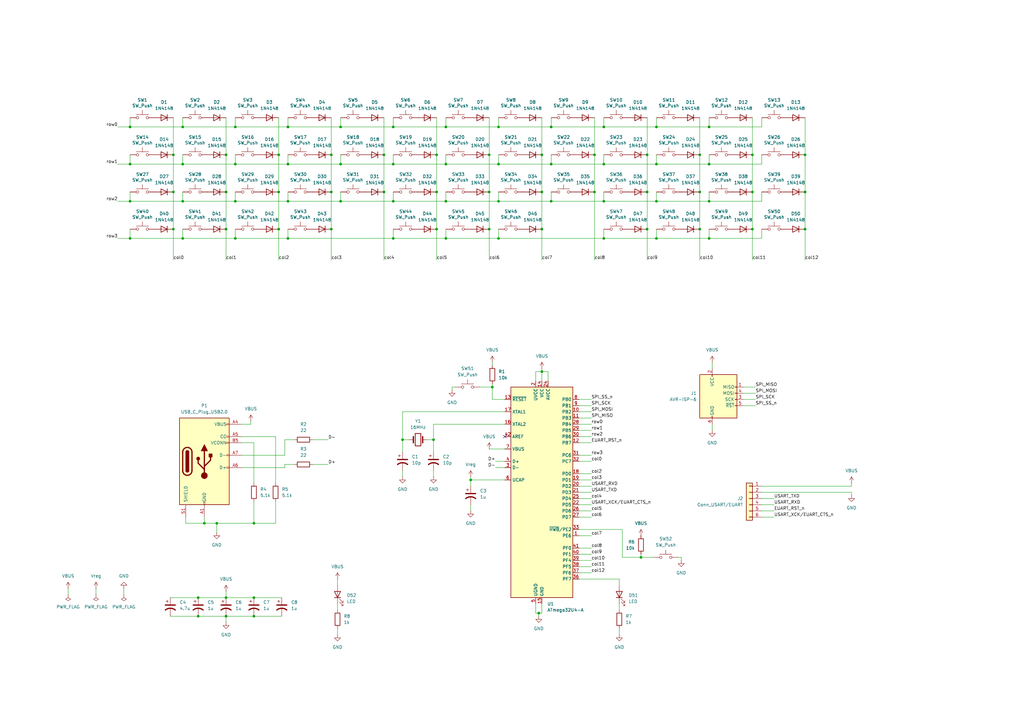
<source format=kicad_sch>
(kicad_sch (version 20231120) (generator "eeschema") (generator_version "8.0")
  (paper "A3")
  (title_block (title "Can Ortholinear Keyboard") (rev "v0.1"))
  (junction (at 201.93 158.75))
  (junction (at 139.7 67.31))
  (junction (at 92.71 245.11))
  (junction (at 74.93 97.79))
  (junction (at 247.65 97.79))
  (junction (at 290.83 67.31))
  (junction (at 88.9 214.63))
  (junction (at 226.06 82.55))
  (junction (at 165.1 180.34))
  (junction (at 135.89 63.5))
  (junction (at 308.61 93.98))
  (junction (at 204.47 82.55))
  (junction (at 96.52 52.07))
  (junction (at 290.83 97.79))
  (junction (at 220.98 251.46))
  (junction (at 265.43 63.5))
  (junction (at 287.02 63.5))
  (junction (at 222.25 93.98))
  (junction (at 265.43 93.98))
  (junction (at 200.66 78.74))
  (junction (at 161.29 52.07))
  (junction (at 114.3 78.74))
  (junction (at 157.48 78.74))
  (junction (at 104.14 245.11))
  (junction (at 92.71 63.5))
  (junction (at 222.25 152.4))
  (junction (at 139.7 52.07))
  (junction (at 53.34 82.55))
  (junction (at 330.2 93.98))
  (junction (at 179.07 78.74))
  (junction (at 200.66 63.5))
  (junction (at 269.24 82.55))
  (junction (at 265.43 78.74))
  (junction (at 74.93 52.07))
  (junction (at 53.34 97.79))
  (junction (at 182.88 97.79))
  (junction (at 330.2 63.5))
  (junction (at 247.65 67.31))
  (junction (at 92.71 93.98))
  (junction (at 308.61 78.74))
  (junction (at 135.89 93.98))
  (junction (at 287.02 93.98))
  (junction (at 96.52 67.31))
  (junction (at 139.7 82.55))
  (junction (at 193.04 196.85))
  (junction (at 204.47 67.31))
  (junction (at 114.3 63.5))
  (junction (at 71.12 93.98))
  (junction (at 118.11 97.79))
  (junction (at 118.11 52.07))
  (junction (at 269.24 67.31))
  (junction (at 83.82 214.63))
  (junction (at 179.07 63.5))
  (junction (at 53.34 52.07))
  (junction (at 81.28 245.11))
  (junction (at 104.14 214.63))
  (junction (at 222.25 63.5))
  (junction (at 74.93 67.31))
  (junction (at 92.71 78.74))
  (junction (at 226.06 52.07))
  (junction (at 161.29 67.31))
  (junction (at 182.88 52.07))
  (junction (at 226.06 67.31))
  (junction (at 71.12 63.5))
  (junction (at 104.14 252.73))
  (junction (at 243.84 78.74))
  (junction (at 204.47 97.79))
  (junction (at 247.65 52.07))
  (junction (at 204.47 52.07))
  (junction (at 96.52 82.55))
  (junction (at 96.52 97.79))
  (junction (at 161.29 97.79))
  (junction (at 81.28 252.73))
  (junction (at 74.93 82.55))
  (junction (at 247.65 82.55))
  (junction (at 287.02 78.74))
  (junction (at 182.88 67.31))
  (junction (at 114.3 93.98))
  (junction (at 135.89 78.74))
  (junction (at 290.83 82.55))
  (junction (at 200.66 93.98))
  (junction (at 308.61 63.5))
  (junction (at 92.71 252.73))
  (junction (at 118.11 82.55))
  (junction (at 53.34 67.31))
  (junction (at 157.48 63.5))
  (junction (at 262.89 228.6))
  (junction (at 330.2 78.74))
  (junction (at 290.83 52.07))
  (junction (at 177.8 180.34))
  (junction (at 118.11 67.31))
  (junction (at 269.24 97.79))
  (junction (at 71.12 78.74))
  (junction (at 161.29 82.55))
  (junction (at 182.88 82.55))
  (junction (at 222.25 78.74))
  (junction (at 269.24 52.07))
  (junction (at 243.84 63.5))
  (junction (at 179.07 93.98))
  (no_connect (at 207.01 179.07))
  (wire (pts (xy 287.02 63.5) (xy 287.02 78.74)))
  (wire (pts (xy 193.04 199.39) (xy 193.04 196.85)))
  (wire (pts (xy 243.84 78.74) (xy 243.84 106.68)))
  (wire (pts (xy 237.49 199.39) (xy 242.57 199.39)))
  (wire (pts (xy 92.71 242.57) (xy 92.71 245.11)))
  (wire (pts (xy 200.66 93.98) (xy 200.66 106.68)))
  (wire (pts (xy 114.3 48.26) (xy 114.3 63.5)))
  (wire (pts (xy 114.3 78.74) (xy 114.3 93.98)))
  (wire (pts (xy 237.49 176.53) (xy 242.57 176.53)))
  (wire (pts (xy 99.06 173.99) (xy 102.87 173.99)))
  (wire (pts (xy 193.04 195.58) (xy 193.04 196.85)))
  (wire (pts (xy 69.85 252.73) (xy 81.28 252.73)))
  (wire (pts (xy 349.25 199.39) (xy 349.25 198.12)))
  (wire (pts (xy 287.02 93.98) (xy 287.02 106.68)))
  (wire (pts (xy 247.65 52.07) (xy 247.65 48.26)))
  (wire (pts (xy 96.52 97.79) (xy 118.11 97.79)))
  (wire (pts (xy 161.29 67.31) (xy 161.29 63.5)))
  (wire (pts (xy 48.26 82.55) (xy 53.34 82.55)))
  (wire (pts (xy 204.47 82.55) (xy 204.47 78.74)))
  (wire (pts (xy 220.98 252.73) (xy 220.98 251.46)))
  (wire (pts (xy 308.61 63.5) (xy 308.61 78.74)))
  (wire (pts (xy 269.24 52.07) (xy 290.83 52.07)))
  (wire (pts (xy 204.47 82.55) (xy 226.06 82.55)))
  (wire (pts (xy 237.49 207.01) (xy 242.57 207.01)))
  (wire (pts (xy 222.25 251.46) (xy 220.98 251.46)))
  (wire (pts (xy 308.61 78.74) (xy 308.61 93.98)))
  (wire (pts (xy 139.7 52.07) (xy 161.29 52.07)))
  (wire (pts (xy 220.98 251.46) (xy 219.71 251.46)))
  (wire (pts (xy 114.3 63.5) (xy 114.3 78.74)))
  (wire (pts (xy 226.06 52.07) (xy 226.06 48.26)))
  (wire (pts (xy 203.2 191.77) (xy 207.01 191.77)))
  (wire (pts (xy 96.52 97.79) (xy 96.52 93.98)))
  (wire (pts (xy 237.49 234.95) (xy 242.57 234.95)))
  (wire (pts (xy 219.71 247.65) (xy 219.71 251.46)))
  (wire (pts (xy 113.03 205.74) (xy 113.03 214.63)))
  (wire (pts (xy 118.11 82.55) (xy 118.11 78.74)))
  (wire (pts (xy 161.29 52.07) (xy 161.29 48.26)))
  (wire (pts (xy 74.93 52.07) (xy 96.52 52.07)))
  (wire (pts (xy 222.25 48.26) (xy 222.25 63.5)))
  (wire (pts (xy 304.8 158.75) (xy 309.88 158.75)))
  (wire (pts (xy 179.07 78.74) (xy 179.07 93.98)))
  (wire (pts (xy 226.06 82.55) (xy 247.65 82.55)))
  (wire (pts (xy 139.7 52.07) (xy 139.7 48.26)))
  (wire (pts (xy 53.34 97.79) (xy 74.93 97.79)))
  (wire (pts (xy 53.34 63.5) (xy 53.34 67.31)))
  (wire (pts (xy 254 247.65) (xy 254 250.19)))
  (wire (pts (xy 219.71 156.21) (xy 219.71 152.4)))
  (wire (pts (xy 48.26 52.07) (xy 53.34 52.07)))
  (wire (pts (xy 179.07 63.5) (xy 179.07 78.74)))
  (wire (pts (xy 165.1 180.34) (xy 165.1 185.42)))
  (wire (pts (xy 104.14 205.74) (xy 104.14 214.63)))
  (wire (pts (xy 312.42 199.39) (xy 349.25 199.39)))
  (wire (pts (xy 139.7 82.55) (xy 161.29 82.55)))
  (wire (pts (xy 157.48 48.26) (xy 157.48 63.5)))
  (wire (pts (xy 330.2 93.98) (xy 330.2 106.68)))
  (wire (pts (xy 269.24 82.55) (xy 269.24 78.74)))
  (wire (pts (xy 116.84 190.5) (xy 120.65 190.5)))
  (wire (pts (xy 330.2 48.26) (xy 330.2 63.5)))
  (wire (pts (xy 81.28 245.11) (xy 92.71 245.11)))
  (wire (pts (xy 128.27 180.34) (xy 134.62 180.34)))
  (wire (pts (xy 102.87 172.72) (xy 102.87 173.99)))
  (wire (pts (xy 116.84 180.34) (xy 120.65 180.34)))
  (wire (pts (xy 200.66 63.5) (xy 200.66 78.74)))
  (wire (pts (xy 222.25 78.74) (xy 222.25 93.98)))
  (wire (pts (xy 76.2 214.63) (xy 83.82 214.63)))
  (wire (pts (xy 104.14 245.11) (xy 115.57 245.11)))
  (wire (pts (xy 308.61 93.98) (xy 308.61 106.68)))
  (wire (pts (xy 135.89 63.5) (xy 135.89 78.74)))
  (wire (pts (xy 71.12 93.98) (xy 71.12 106.68)))
  (wire (pts (xy 39.37 241.3) (xy 39.37 243.84)))
  (wire (pts (xy 74.93 97.79) (xy 74.93 93.98)))
  (wire (pts (xy 161.29 97.79) (xy 182.88 97.79)))
  (wire (pts (xy 262.89 227.33) (xy 262.89 228.6)))
  (wire (pts (xy 161.29 67.31) (xy 182.88 67.31)))
  (wire (pts (xy 114.3 93.98) (xy 114.3 106.68)))
  (wire (pts (xy 139.7 67.31) (xy 139.7 63.5)))
  (wire (pts (xy 161.29 82.55) (xy 161.29 78.74)))
  (wire (pts (xy 71.12 78.74) (xy 71.12 93.98)))
  (wire (pts (xy 237.49 229.87) (xy 242.57 229.87)))
  (wire (pts (xy 157.48 78.74) (xy 157.48 106.68)))
  (wire (pts (xy 255.27 228.6) (xy 262.89 228.6)))
  (wire (pts (xy 267.97 228.6) (xy 262.89 228.6)))
  (wire (pts (xy 196.85 158.75) (xy 201.93 158.75)))
  (wire (pts (xy 290.83 52.07) (xy 312.42 52.07)))
  (wire (pts (xy 204.47 52.07) (xy 204.47 48.26)))
  (wire (pts (xy 50.8 241.3) (xy 50.8 243.84)))
  (wire (pts (xy 222.25 93.98) (xy 222.25 106.68)))
  (wire (pts (xy 118.11 67.31) (xy 139.7 67.31)))
  (wire (pts (xy 139.7 82.55) (xy 139.7 78.74)))
  (wire (pts (xy 161.29 52.07) (xy 182.88 52.07)))
  (wire (pts (xy 113.03 214.63) (xy 104.14 214.63)))
  (wire (pts (xy 226.06 52.07) (xy 247.65 52.07)))
  (wire (pts (xy 161.29 97.79) (xy 161.29 93.98)))
  (wire (pts (xy 237.49 227.33) (xy 242.57 227.33)))
  (wire (pts (xy 182.88 67.31) (xy 182.88 63.5)))
  (wire (pts (xy 290.83 97.79) (xy 312.42 97.79)))
  (wire (pts (xy 139.7 67.31) (xy 161.29 67.31)))
  (wire (pts (xy 81.28 252.73) (xy 92.71 252.73)))
  (wire (pts (xy 104.14 181.61) (xy 99.06 181.61)))
  (wire (pts (xy 175.26 180.34) (xy 177.8 180.34)))
  (wire (pts (xy 247.65 67.31) (xy 247.65 63.5)))
  (wire (pts (xy 104.14 198.12) (xy 104.14 181.61)))
  (wire (pts (xy 292.1 148.59) (xy 292.1 151.13)))
  (wire (pts (xy 74.93 97.79) (xy 96.52 97.79)))
  (wire (pts (xy 247.65 52.07) (xy 269.24 52.07)))
  (wire (pts (xy 182.88 97.79) (xy 182.88 93.98)))
  (wire (pts (xy 237.49 232.41) (xy 242.57 232.41)))
  (wire (pts (xy 92.71 78.74) (xy 92.71 93.98)))
  (wire (pts (xy 201.93 148.59) (xy 201.93 149.86)))
  (wire (pts (xy 237.49 204.47) (xy 242.57 204.47)))
  (wire (pts (xy 200.66 48.26) (xy 200.66 63.5)))
  (wire (pts (xy 71.12 48.26) (xy 71.12 63.5)))
  (wire (pts (xy 201.93 158.75) (xy 201.93 163.83)))
  (wire (pts (xy 118.11 52.07) (xy 139.7 52.07)))
  (wire (pts (xy 71.12 63.5) (xy 71.12 78.74)))
  (wire (pts (xy 204.47 97.79) (xy 204.47 93.98)))
  (wire (pts (xy 224.79 152.4) (xy 224.79 156.21)))
  (wire (pts (xy 237.49 171.45) (xy 242.57 171.45)))
  (wire (pts (xy 96.52 52.07) (xy 96.52 48.26)))
  (wire (pts (xy 237.49 237.49) (xy 254 237.49)))
  (wire (pts (xy 92.71 48.26) (xy 92.71 63.5)))
  (wire (pts (xy 116.84 191.77) (xy 116.84 190.5)))
  (wire (pts (xy 53.34 48.26) (xy 53.34 52.07)))
  (wire (pts (xy 290.83 97.79) (xy 290.83 93.98)))
  (wire (pts (xy 204.47 52.07) (xy 226.06 52.07)))
  (wire (pts (xy 265.43 78.74) (xy 265.43 93.98)))
  (wire (pts (xy 92.71 252.73) (xy 92.71 255.27)))
  (wire (pts (xy 182.88 82.55) (xy 204.47 82.55)))
  (wire (pts (xy 48.26 97.79) (xy 53.34 97.79)))
  (wire (pts (xy 269.24 52.07) (xy 269.24 48.26)))
  (wire (pts (xy 201.93 163.83) (xy 207.01 163.83)))
  (wire (pts (xy 182.88 52.07) (xy 204.47 52.07)))
  (wire (pts (xy 237.49 181.61) (xy 242.57 181.61)))
  (wire (pts (xy 167.64 180.34) (xy 165.1 180.34)))
  (wire (pts (xy 74.93 82.55) (xy 96.52 82.55)))
  (wire (pts (xy 269.24 67.31) (xy 269.24 63.5)))
  (wire (pts (xy 237.49 219.71) (xy 242.57 219.71)))
  (wire (pts (xy 182.88 82.55) (xy 182.88 78.74)))
  (wire (pts (xy 165.1 168.91) (xy 207.01 168.91)))
  (wire (pts (xy 74.93 67.31) (xy 74.93 63.5)))
  (wire (pts (xy 304.8 166.37) (xy 309.88 166.37)))
  (wire (pts (xy 269.24 97.79) (xy 290.83 97.79)))
  (wire (pts (xy 265.43 93.98) (xy 265.43 106.68)))
  (wire (pts (xy 226.06 82.55) (xy 226.06 78.74)))
  (wire (pts (xy 308.61 48.26) (xy 308.61 63.5)))
  (wire (pts (xy 237.49 201.93) (xy 242.57 201.93)))
  (wire (pts (xy 104.14 214.63) (xy 88.9 214.63)))
  (wire (pts (xy 118.11 82.55) (xy 139.7 82.55)))
  (wire (pts (xy 304.8 161.29) (xy 309.88 161.29)))
  (wire (pts (xy 265.43 48.26) (xy 265.43 63.5)))
  (wire (pts (xy 200.66 78.74) (xy 200.66 93.98)))
  (wire (pts (xy 243.84 63.5) (xy 243.84 78.74)))
  (wire (pts (xy 265.43 63.5) (xy 265.43 78.74)))
  (wire (pts (xy 185.42 158.75) (xy 186.69 158.75)))
  (wire (pts (xy 330.2 63.5) (xy 330.2 78.74)))
  (wire (pts (xy 237.49 173.99) (xy 242.57 173.99)))
  (wire (pts (xy 312.42 82.55) (xy 312.42 78.74)))
  (wire (pts (xy 92.71 63.5) (xy 92.71 78.74)))
  (wire (pts (xy 349.25 201.93) (xy 349.25 203.2)))
  (wire (pts (xy 96.52 52.07) (xy 118.11 52.07)))
  (wire (pts (xy 247.65 97.79) (xy 247.65 93.98)))
  (wire (pts (xy 48.26 67.31) (xy 53.34 67.31)))
  (wire (pts (xy 237.49 163.83) (xy 242.57 163.83)))
  (wire (pts (xy 27.94 241.3) (xy 27.94 243.84)))
  (wire (pts (xy 92.71 252.73) (xy 104.14 252.73)))
  (wire (pts (xy 92.71 245.11) (xy 104.14 245.11)))
  (wire (pts (xy 118.11 67.31) (xy 118.11 63.5)))
  (wire (pts (xy 179.07 93.98) (xy 179.07 106.68)))
  (wire (pts (xy 237.49 212.09) (xy 242.57 212.09)))
  (wire (pts (xy 118.11 97.79) (xy 161.29 97.79)))
  (wire (pts (xy 226.06 67.31) (xy 226.06 63.5)))
  (wire (pts (xy 219.71 152.4) (xy 222.25 152.4)))
  (wire (pts (xy 193.04 207.01) (xy 193.04 209.55)))
  (wire (pts (xy 312.42 212.09) (xy 317.5 212.09)))
  (wire (pts (xy 203.2 189.23) (xy 207.01 189.23)))
  (wire (pts (xy 237.49 224.79) (xy 242.57 224.79)))
  (wire (pts (xy 161.29 82.55) (xy 182.88 82.55)))
  (wire (pts (xy 177.8 180.34) (xy 177.8 185.42)))
  (wire (pts (xy 113.03 198.12) (xy 113.03 179.07)))
  (wire (pts (xy 312.42 97.79) (xy 312.42 93.98)))
  (wire (pts (xy 292.1 173.99) (xy 292.1 176.53)))
  (wire (pts (xy 182.88 52.07) (xy 182.88 48.26)))
  (wire (pts (xy 53.34 82.55) (xy 74.93 82.55)))
  (wire (pts (xy 99.06 186.69) (xy 116.84 186.69)))
  (wire (pts (xy 116.84 186.69) (xy 116.84 180.34)))
  (wire (pts (xy 157.48 63.5) (xy 157.48 78.74)))
  (wire (pts (xy 237.49 186.69) (xy 242.57 186.69)))
  (wire (pts (xy 201.93 157.48) (xy 201.93 158.75)))
  (wire (pts (xy 88.9 214.63) (xy 83.82 214.63)))
  (wire (pts (xy 254 257.81) (xy 254 260.35)))
  (wire (pts (xy 290.83 67.31) (xy 312.42 67.31)))
  (wire (pts (xy 247.65 82.55) (xy 247.65 78.74)))
  (wire (pts (xy 237.49 196.85) (xy 242.57 196.85)))
  (wire (pts (xy 204.47 97.79) (xy 247.65 97.79)))
  (wire (pts (xy 269.24 67.31) (xy 290.83 67.31)))
  (wire (pts (xy 279.4 229.87) (xy 279.4 228.6)))
  (wire (pts (xy 135.89 48.26) (xy 135.89 63.5)))
  (wire (pts (xy 312.42 204.47) (xy 317.5 204.47)))
  (wire (pts (xy 222.25 63.5) (xy 222.25 78.74)))
  (wire (pts (xy 200.66 184.15) (xy 207.01 184.15)))
  (wire (pts (xy 118.11 52.07) (xy 118.11 48.26)))
  (wire (pts (xy 99.06 179.07) (xy 113.03 179.07)))
  (wire (pts (xy 290.83 82.55) (xy 312.42 82.55)))
  (wire (pts (xy 165.1 168.91) (xy 165.1 180.34)))
  (wire (pts (xy 177.8 173.99) (xy 207.01 173.99)))
  (wire (pts (xy 247.65 97.79) (xy 269.24 97.79)))
  (wire (pts (xy 74.93 52.07) (xy 74.93 48.26)))
  (wire (pts (xy 330.2 78.74) (xy 330.2 93.98)))
  (wire (pts (xy 135.89 93.98) (xy 135.89 106.68)))
  (wire (pts (xy 287.02 48.26) (xy 287.02 63.5)))
  (wire (pts (xy 222.25 151.13) (xy 222.25 152.4)))
  (wire (pts (xy 279.4 228.6) (xy 278.13 228.6)))
  (wire (pts (xy 165.1 193.04) (xy 165.1 195.58)))
  (wire (pts (xy 290.83 52.07) (xy 290.83 48.26)))
  (wire (pts (xy 237.49 179.07) (xy 242.57 179.07)))
  (wire (pts (xy 312.42 207.01) (xy 317.5 207.01)))
  (wire (pts (xy 83.82 212.09) (xy 83.82 214.63)))
  (wire (pts (xy 290.83 67.31) (xy 290.83 63.5)))
  (wire (pts (xy 74.93 67.31) (xy 96.52 67.31)))
  (wire (pts (xy 247.65 82.55) (xy 269.24 82.55)))
  (wire (pts (xy 53.34 67.31) (xy 74.93 67.31)))
  (wire (pts (xy 74.93 82.55) (xy 74.93 78.74)))
  (wire (pts (xy 138.43 247.65) (xy 138.43 250.19)))
  (wire (pts (xy 312.42 52.07) (xy 312.42 48.26)))
  (wire (pts (xy 135.89 78.74) (xy 135.89 93.98)))
  (wire (pts (xy 222.25 152.4) (xy 222.25 156.21)))
  (wire (pts (xy 99.06 191.77) (xy 116.84 191.77)))
  (wire (pts (xy 185.42 160.02) (xy 185.42 158.75)))
  (wire (pts (xy 69.85 245.11) (xy 81.28 245.11)))
  (wire (pts (xy 182.88 97.79) (xy 204.47 97.79)))
  (wire (pts (xy 138.43 237.49) (xy 138.43 240.03)))
  (wire (pts (xy 312.42 67.31) (xy 312.42 63.5)))
  (wire (pts (xy 138.43 257.81) (xy 138.43 260.35)))
  (wire (pts (xy 177.8 193.04) (xy 177.8 195.58)))
  (wire (pts (xy 287.02 78.74) (xy 287.02 93.98)))
  (wire (pts (xy 255.27 217.17) (xy 255.27 228.6)))
  (wire (pts (xy 96.52 67.31) (xy 96.52 63.5)))
  (wire (pts (xy 96.52 82.55) (xy 118.11 82.55)))
  (wire (pts (xy 226.06 67.31) (xy 247.65 67.31)))
  (wire (pts (xy 53.34 52.07) (xy 74.93 52.07)))
  (wire (pts (xy 254 237.49) (xy 254 240.03)))
  (wire (pts (xy 237.49 217.17) (xy 255.27 217.17)))
  (wire (pts (xy 290.83 82.55) (xy 290.83 78.74)))
  (wire (pts (xy 243.84 48.26) (xy 243.84 63.5)))
  (wire (pts (xy 247.65 67.31) (xy 269.24 67.31)))
  (wire (pts (xy 222.25 247.65) (xy 222.25 251.46)))
  (wire (pts (xy 128.27 190.5) (xy 134.62 190.5)))
  (wire (pts (xy 269.24 82.55) (xy 290.83 82.55)))
  (wire (pts (xy 88.9 218.44) (xy 88.9 214.63)))
  (wire (pts (xy 179.07 48.26) (xy 179.07 63.5)))
  (wire (pts (xy 237.49 166.37) (xy 242.57 166.37)))
  (wire (pts (xy 312.42 209.55) (xy 317.5 209.55)))
  (wire (pts (xy 237.49 194.31) (xy 242.57 194.31)))
  (wire (pts (xy 237.49 189.23) (xy 242.57 189.23)))
  (wire (pts (xy 237.49 168.91) (xy 242.57 168.91)))
  (wire (pts (xy 304.8 163.83) (xy 309.88 163.83)))
  (wire (pts (xy 177.8 173.99) (xy 177.8 180.34)))
  (wire (pts (xy 76.2 214.63) (xy 76.2 212.09)))
  (wire (pts (xy 193.04 196.85) (xy 207.01 196.85)))
  (wire (pts (xy 204.47 67.31) (xy 204.47 63.5)))
  (wire (pts (xy 269.24 97.79) (xy 269.24 93.98)))
  (wire (pts (xy 92.71 93.98) (xy 92.71 106.68)))
  (wire (pts (xy 53.34 93.98) (xy 53.34 97.79)))
  (wire (pts (xy 237.49 209.55) (xy 242.57 209.55)))
  (wire (pts (xy 118.11 97.79) (xy 118.11 93.98)))
  (wire (pts (xy 104.14 252.73) (xy 115.57 252.73)))
  (wire (pts (xy 222.25 152.4) (xy 224.79 152.4)))
  (wire (pts (xy 53.34 78.74) (xy 53.34 82.55)))
  (wire (pts (xy 312.42 201.93) (xy 349.25 201.93)))
  (wire (pts (xy 96.52 67.31) (xy 118.11 67.31)))
  (wire (pts (xy 96.52 82.55) (xy 96.52 78.74)))
  (wire (pts (xy 204.47 67.31) (xy 226.06 67.31)))
  (wire (pts (xy 182.88 67.31) (xy 204.47 67.31)))
  (label "col8" (at 243.84 106.68 0))
  (label "D-" (at 134.62 180.34 0))
  (label "col6" (at 242.57 212.09 0))
  (label "col9" (at 242.57 227.33 0))
  (label "SPI_SCK" (at 309.88 163.83 0))
  (label "USART_RXD" (at 317.5 207.01 0))
  (label "SPI_MISO" (at 309.88 158.75 0))
  (label "D+" (at 203.2 189.23 180))
  (label "row2" (at 242.57 179.07 0))
  (label "D-" (at 203.2 191.77 180))
  (label "USART_XCK{slash}EUART_CTS_n" (at 242.57 207.01 0))
  (label "col8" (at 242.57 224.79 0))
  (label "USART_XCK{slash}EUART_CTS_n" (at 317.5 212.09 0))
  (label "row1" (at 242.57 176.53 0))
  (label "col11" (at 308.61 106.68 0))
  (label "col5" (at 179.07 106.68 0))
  (label "SPI_SS_n" (at 309.88 166.37 0))
  (label "col12" (at 242.57 234.95 0))
  (label "row2" (at 48.26 82.55 180))
  (label "col5" (at 242.57 209.55 0))
  (label "col0" (at 71.12 106.68 0))
  (label "EUART_RST_n" (at 242.57 181.61 0))
  (label "col4" (at 157.48 106.68 0))
  (label "SPI_MISO" (at 242.57 171.45 0))
  (label "col2" (at 242.57 194.31 0))
  (label "row0" (at 48.26 52.07 180))
  (label "USART_TXD" (at 317.5 204.47 0))
  (label "col3" (at 242.57 196.85 0))
  (label "col4" (at 242.57 204.47 0))
  (label "SPI_MOSI" (at 242.57 168.91 0))
  (label "row3" (at 242.57 186.69 0))
  (label "SPI_SS_n" (at 242.57 163.83 0))
  (label "col1" (at 92.71 106.68 0))
  (label "SPI_MOSI" (at 309.88 161.29 0))
  (label "row0" (at 242.57 173.99 0))
  (label "row3" (at 48.26 97.79 180))
  (label "USART_RXD" (at 242.57 199.39 0))
  (label "col12" (at 330.2 106.68 0))
  (label "col11" (at 242.57 232.41 0))
  (label "col7" (at 242.57 219.71 0))
  (label "col7" (at 222.25 106.68 0))
  (label "D+" (at 134.62 190.5 0))
  (label "col2" (at 114.3 106.68 0))
  (label "row1" (at 48.26 67.31 180))
  (label "col9" (at 265.43 106.68 0))
  (label "USART_TXD" (at 242.57 201.93 0))
  (label "col6" (at 200.66 106.68 0))
  (label "col10" (at 287.02 106.68 0))
  (label "col10" (at 242.57 229.87 0))
  (label "col3" (at 135.89 106.68 0))
  (label "EUART_RST_n" (at 317.5 209.55 0))
  (label "SPI_SCK" (at 242.57 166.37 0))
  (label "col0" (at 242.57 189.23 0))
  (symbol (lib_id "Device:D") (at 110.49 63.5 180) (unit 1)
    (property "Reference" "D16" (at 110.49 57.15 0))
    (property "Value" "1N4148" (at 110.49 59.69 0))
    (property "Description" "Diode" (effects (hide yes)))
    (property "Sim.Device" "D" (effects (hide yes)))
    (property "Sim.Pins" "1=K 2=A" (effects (hide yes)))
  )
  (symbol (lib_id "Device:D") (at 132.08 48.26 180) (unit 1)
    (property "Reference" "D4" (at 132.08 41.91 0))
    (property "Value" "1N4148" (at 132.08 44.45 0))
    (property "Description" "Diode" (effects (hide yes)))
    (property "Sim.Device" "D" (effects (hide yes)))
    (property "Sim.Pins" "1=K 2=A" (effects (hide yes)))
  )
  (symbol (lib_id "Device:D") (at 218.44 78.74 180) (unit 1)
    (property "Reference" "D34" (at 218.44 72.39 0))
    (property "Value" "1N4148" (at 218.44 74.93 0))
    (property "Description" "Diode" (effects (hide yes)))
    (property "Sim.Device" "D" (effects (hide yes)))
    (property "Sim.Pins" "1=K 2=A" (effects (hide yes)))
  )
  (symbol (lib_id "Switch:SW_Push") (at 274.32 63.5 0) (unit 1)
    (property "Reference" "SW24" (at 274.32 56.261 0))
    (property "Value" "SW_Push" (at 274.32 58.5724 0))
    (property "Footprint" "Button_Switch_Keyboard:SW_Cherry_MX_1.00u_PCB" (effects (hide yes)))
  )
  (symbol (lib_id "power:GND") (at 254 260.35 0) (unit 1)
    (property "Reference" "#PWR020" (effects (hide yes)))
    (property "Value" "GND" (at 254 265.43 0))
    (property "Description" "Power symbol creates a global label with name \"GND\" , ground" (effects (hide yes)))
  )
  (symbol (lib_id "Switch:SW_Push") (at 101.6 48.26 0) (unit 1)
    (property "Reference" "SW3" (at 101.6 41.021 0))
    (property "Value" "SW_Push" (at 101.6 43.3324 0))
    (property "Footprint" "Button_Switch_Keyboard:SW_Cherry_MX_1.00u_PCB" (effects (hide yes)))
  )
  (symbol (lib_id "Device:D") (at 110.49 78.74 180) (unit 1)
    (property "Reference" "D29" (at 110.49 72.39 0))
    (property "Value" "1N4148" (at 110.49 74.93 0))
    (property "Description" "Diode" (effects (hide yes)))
    (property "Sim.Device" "D" (effects (hide yes)))
    (property "Sim.Pins" "1=K 2=A" (effects (hide yes)))
  )
  (symbol (lib_id "Device:D") (at 261.62 78.74 180) (unit 1)
    (property "Reference" "D36" (at 261.62 72.39 0))
    (property "Value" "1N4148" (at 261.62 74.93 0))
    (property "Description" "Diode" (effects (hide yes)))
    (property "Sim.Device" "D" (effects (hide yes)))
    (property "Sim.Pins" "1=K 2=A" (effects (hide yes)))
  )
  (symbol (lib_id "power:VCC") (at 39.37 241.3 0) (unit 1)
    (property "Reference" "#PWR025" (effects (hide yes)))
    (property "Value" "Vreg" (at 39.37 236.22 0))
    (property "Description" "Power symbol creates a global label with name \"VCC\"" (effects (hide yes)))
  )
  (symbol (lib_id "Switch:SW_Push") (at 80.01 78.74 0) (unit 1)
    (property "Reference" "SW28" (at 80.01 71.501 0))
    (property "Value" "SW_Push" (at 80.01 73.8124 0))
    (property "Footprint" "Button_Switch_Keyboard:SW_Cherry_MX_1.00u_PCB" (effects (hide yes)))
  )
  (symbol (lib_id "Switch:SW_Push") (at 58.42 48.26 0) (unit 1)
    (property "Reference" "SW1" (at 58.42 41.021 0))
    (property "Value" "SW_Push" (at 58.42 43.3324 0))
    (property "Footprint" "Button_Switch_Keyboard:SW_Cherry_MX_1.00u_PCB" (effects (hide yes)))
  )
  (symbol (lib_id "Switch:SW_Push") (at 252.73 78.74 0) (unit 1)
    (property "Reference" "SW36" (at 252.73 71.501 0))
    (property "Value" "SW_Push" (at 252.73 73.8124 0))
    (property "Footprint" "Button_Switch_Keyboard:SW_Cherry_MX_1.00u_PCB" (effects (hide yes)))
  )
  (symbol (lib_id "Device:LED") (at 254 243.84 90) (unit 1)
    (property "Reference" "D51" (at 257.81 244.1574 90) (effects (justify right)))
    (property "Value" "LED" (at 257.81 246.6974 90) (effects (justify right)))
    (property "Description" "Light emitting diode" (effects (hide yes)))
  )
  (symbol (lib_id "power:VBUS") (at 201.93 148.59 0) (unit 1)
    (property "Reference" "#PWR01" (effects (hide yes)))
    (property "Value" "VBUS" (at 201.93 143.51 0))
    (property "Description" "Power symbol creates a global label with name \"VBUS\"" (effects (hide yes)))
  )
  (symbol (lib_id "Device:D") (at 132.08 93.98 180) (unit 1)
    (property "Reference" "D43" (at 132.08 87.63 0))
    (property "Value" "1N4148" (at 132.08 90.17 0))
    (property "Description" "Diode" (effects (hide yes)))
    (property "Sim.Device" "D" (effects (hide yes)))
    (property "Sim.Pins" "1=K 2=A" (effects (hide yes)))
  )
  (symbol (lib_id "power:GND") (at 177.8 195.58 0) (unit 1)
    (property "Reference" "#PWR07" (effects (hide yes)))
    (property "Value" "GND" (at 177.8 200.66 0))
    (property "Description" "Power symbol creates a global label with name \"GND\" , ground" (effects (hide yes)))
  )
  (symbol (lib_id "Device:D") (at 218.44 48.26 180) (unit 1)
    (property "Reference" "D8" (at 218.44 41.91 0))
    (property "Value" "1N4148" (at 218.44 44.45 0))
    (property "Description" "Diode" (effects (hide yes)))
    (property "Sim.Device" "D" (effects (hide yes)))
    (property "Sim.Pins" "1=K 2=A" (effects (hide yes)))
  )
  (symbol (lib_id "Device:D") (at 304.8 63.5 180) (unit 1)
    (property "Reference" "D25" (at 304.8 57.15 0))
    (property "Value" "1N4148" (at 304.8 59.69 0))
    (property "Description" "Diode" (effects (hide yes)))
    (property "Sim.Device" "D" (effects (hide yes)))
    (property "Sim.Pins" "1=K 2=A" (effects (hide yes)))
  )
  (symbol (lib_id "power:VBUS") (at 27.94 241.3 0) (unit 1)
    (property "Reference" "#PWR023" (effects (hide yes)))
    (property "Value" "VBUS" (at 27.94 236.22 0))
    (property "Description" "Power symbol creates a global label with name \"VBUS\"" (effects (hide yes)))
  )
  (symbol (lib_id "Switch:SW_Push") (at 295.91 78.74 0) (unit 1)
    (property "Reference" "SW38" (at 295.91 71.501 0))
    (property "Value" "SW_Push" (at 295.91 73.8124 0))
    (property "Footprint" "Button_Switch_Keyboard:SW_Cherry_MX_1.00u_PCB" (effects (hide yes)))
  )
  (symbol (lib_id "Switch:SW_Push") (at 166.37 78.74 0) (unit 1)
    (property "Reference" "SW32" (at 166.37 71.501 0))
    (property "Value" "SW_Push" (at 166.37 73.8124 0))
    (property "Footprint" "Button_Switch_Keyboard:SW_Cherry_MX_1.00u_PCB" (effects (hide yes)))
  )
  (symbol (lib_id "Switch:SW_Push") (at 231.14 78.74 0) (unit 1)
    (property "Reference" "SW35" (at 231.14 71.501 0))
    (property "Value" "SW_Push" (at 231.14 73.8124 0))
    (property "Footprint" "Button_Switch_Keyboard:SW_Cherry_MX_1.00u_PCB" (effects (hide yes)))
  )
  (symbol (lib_id "Device:D") (at 326.39 63.5 180) (unit 1)
    (property "Reference" "D26" (at 326.39 57.15 0))
    (property "Value" "1N4148" (at 326.39 59.69 0))
    (property "Description" "Diode" (effects (hide yes)))
    (property "Sim.Device" "D" (effects (hide yes)))
    (property "Sim.Pins" "1=K 2=A" (effects (hide yes)))
  )
  (symbol (lib_id "Switch:SW_Push") (at 58.42 93.98 0) (unit 1)
    (property "Reference" "SW40" (at 58.42 86.741 0))
    (property "Value" "SW_Push" (at 58.42 89.0524 0))
    (property "Footprint" "Button_Switch_Keyboard:SW_Cherry_MX_1.00u_PCB" (effects (hide yes)))
  )
  (symbol (lib_id "Device:D") (at 304.8 78.74 180) (unit 1)
    (property "Reference" "D38" (at 304.8 72.39 0))
    (property "Value" "1N4148" (at 304.8 74.93 0))
    (property "Description" "Diode" (effects (hide yes)))
    (property "Sim.Device" "D" (effects (hide yes)))
    (property "Sim.Pins" "1=K 2=A" (effects (hide yes)))
  )
  (symbol (lib_id "Device:D") (at 196.85 78.74 180) (unit 1)
    (property "Reference" "D33" (at 196.85 72.39 0))
    (property "Value" "1N4148" (at 196.85 74.93 0))
    (property "Description" "Diode" (effects (hide yes)))
    (property "Sim.Device" "D" (effects (hide yes)))
    (property "Sim.Pins" "1=K 2=A" (effects (hide yes)))
  )
  (symbol (lib_id "Switch:SW_Push") (at 80.01 63.5 0) (unit 1)
    (property "Reference" "SW15" (at 80.01 56.261 0))
    (property "Value" "SW_Push" (at 80.01 58.5724 0))
    (property "Footprint" "Button_Switch_Keyboard:SW_Cherry_MX_1.00u_PCB" (effects (hide yes)))
  )
  (symbol (lib_id "Device:LED") (at 138.43 243.84 90) (unit 1)
    (property "Reference" "D52" (at 142.24 244.1574 90) (effects (justify right)))
    (property "Value" "LED" (at 142.24 246.6974 90) (effects (justify right)))
    (property "Description" "Light emitting diode" (effects (hide yes)))
  )
  (symbol (lib_id "Device:D") (at 153.67 48.26 180) (unit 1)
    (property "Reference" "D5" (at 153.67 41.91 0))
    (property "Value" "1N4148" (at 153.67 44.45 0))
    (property "Description" "Diode" (effects (hide yes)))
    (property "Sim.Device" "D" (effects (hide yes)))
    (property "Sim.Pins" "1=K 2=A" (effects (hide yes)))
  )
  (symbol (lib_id "Switch:SW_Push") (at 317.5 93.98 0) (unit 1)
    (property "Reference" "SW50" (at 317.5 86.741 0))
    (property "Value" "SW_Push" (at 317.5 89.0524 0))
    (property "Footprint" "Button_Switch_Keyboard:SW_Cherry_MX_1.00u_PCB" (effects (hide yes)))
  )
  (symbol (lib_id "Device:D") (at 175.26 63.5 180) (unit 1)
    (property "Reference" "D19" (at 175.26 57.15 0))
    (property "Value" "1N4148" (at 175.26 59.69 0))
    (property "Description" "Diode" (effects (hide yes)))
    (property "Sim.Device" "D" (effects (hide yes)))
    (property "Sim.Pins" "1=K 2=A" (effects (hide yes)))
  )
  (symbol (lib_id "Device:D") (at 196.85 48.26 180) (unit 1)
    (property "Reference" "D7" (at 196.85 41.91 0))
    (property "Value" "1N4148" (at 196.85 44.45 0))
    (property "Description" "Diode" (effects (hide yes)))
    (property "Sim.Device" "D" (effects (hide yes)))
    (property "Sim.Pins" "1=K 2=A" (effects (hide yes)))
  )
  (symbol (lib_id "Device:D") (at 261.62 93.98 180) (unit 1)
    (property "Reference" "D47" (at 261.62 87.63 0))
    (property "Value" "1N4148" (at 261.62 90.17 0))
    (property "Description" "Diode" (effects (hide yes)))
    (property "Sim.Device" "D" (effects (hide yes)))
    (property "Sim.Pins" "1=K 2=A" (effects (hide yes)))
  )
  (symbol (lib_id "power:GND") (at 220.98 252.73 0) (unit 1)
    (property "Reference" "#PWR012" (effects (hide yes)))
    (property "Value" "GND" (at 220.98 257.81 0))
    (property "Description" "Power symbol creates a global label with name \"GND\" , ground" (effects (hide yes)))
  )
  (symbol (lib_id "Switch:SW_Push") (at 209.55 48.26 0) (unit 1)
    (property "Reference" "SW8" (at 209.55 41.021 0))
    (property "Value" "SW_Push" (at 209.55 43.3324 0))
    (property "Footprint" "Button_Switch_Keyboard:SW_Cherry_MX_1.00u_PCB" (effects (hide yes)))
  )
  (symbol (lib_id "Switch:SW_Push") (at 252.73 48.26 0) (unit 1)
    (property "Reference" "SW10" (at 252.73 41.021 0))
    (property "Value" "SW_Push" (at 252.73 43.3324 0))
    (property "Footprint" "Button_Switch_Keyboard:SW_Cherry_MX_1.00u_PCB" (effects (hide yes)))
  )
  (symbol (lib_id "Switch:SW_Push") (at 123.19 48.26 0) (unit 1)
    (property "Reference" "SW4" (at 123.19 41.021 0))
    (property "Value" "SW_Push" (at 123.19 43.3324 0))
    (property "Footprint" "Button_Switch_Keyboard:SW_Cherry_MX_1.00u_PCB" (effects (hide yes)))
  )
  (symbol (lib_id "Switch:SW_Push") (at 209.55 78.74 0) (unit 1)
    (property "Reference" "SW34" (at 209.55 71.501 0))
    (property "Value" "SW_Push" (at 209.55 73.8124 0))
    (property "Footprint" "Button_Switch_Keyboard:SW_Cherry_MX_1.00u_PCB" (effects (hide yes)))
  )
  (symbol (lib_id "Switch:SW_Push") (at 123.19 78.74 0) (unit 1)
    (property "Reference" "SW30" (at 123.19 71.501 0))
    (property "Value" "SW_Push" (at 123.19 73.8124 0))
    (property "Footprint" "Button_Switch_Keyboard:SW_Cherry_MX_1.00u_PCB" (effects (hide yes)))
  )
  (symbol (lib_id "Device:C_Polarized_US") (at 165.1 189.23 0) (unit 1)
    (property "Reference" "C1" (at 168.91 187.3249 0) (effects (justify left)))
    (property "Value" "10p" (at 168.91 189.8649 0) (effects (justify left)))
    (property "Description" "Polarized capacitor, US symbol" (effects (hide yes)))
  )
  (symbol (lib_id "Switch:SW_Push") (at 101.6 78.74 0) (unit 1)
    (property "Reference" "SW29" (at 101.6 71.501 0))
    (property "Value" "SW_Push" (at 101.6 73.8124 0))
    (property "Footprint" "Button_Switch_Keyboard:SW_Cherry_MX_1.00u_PCB" (effects (hide yes)))
  )
  (symbol (lib_id "Device:D") (at 326.39 78.74 180) (unit 1)
    (property "Reference" "D39" (at 326.39 72.39 0))
    (property "Value" "1N4148" (at 326.39 74.93 0))
    (property "Description" "Diode" (effects (hide yes)))
    (property "Sim.Device" "D" (effects (hide yes)))
    (property "Sim.Pins" "1=K 2=A" (effects (hide yes)))
  )
  (symbol (lib_id "Device:D") (at 132.08 63.5 180) (unit 1)
    (property "Reference" "D17" (at 132.08 57.15 0))
    (property "Value" "1N4148" (at 132.08 59.69 0))
    (property "Description" "Diode" (effects (hide yes)))
    (property "Sim.Device" "D" (effects (hide yes)))
    (property "Sim.Pins" "1=K 2=A" (effects (hide yes)))
  )
  (symbol (lib_id "Switch:SW_Push") (at 295.91 63.5 0) (unit 1)
    (property "Reference" "SW25" (at 295.91 56.261 0))
    (property "Value" "SW_Push" (at 295.91 58.5724 0))
    (property "Footprint" "Button_Switch_Keyboard:SW_Cherry_MX_1.00u_PCB" (effects (hide yes)))
  )
  (symbol (lib_id "Switch:SW_Push") (at 274.32 78.74 0) (unit 1)
    (property "Reference" "SW37" (at 274.32 71.501 0))
    (property "Value" "SW_Push" (at 274.32 73.8124 0))
    (property "Footprint" "Button_Switch_Keyboard:SW_Cherry_MX_1.00u_PCB" (effects (hide yes)))
  )
  (symbol (lib_id "Switch:SW_Push") (at 252.73 93.98 0) (unit 1)
    (property "Reference" "SW47" (at 252.73 86.741 0))
    (property "Value" "SW_Push" (at 252.73 89.0524 0))
    (property "Footprint" "Button_Switch_Keyboard:SW_Cherry_MX_1.00u_PCB" (effects (hide yes)))
  )
  (symbol (lib_id "Device:R") (at 201.93 153.67 0) (unit 1)
    (property "Reference" "R1" (at 204.47 152.3999 0) (effects (justify left)))
    (property "Value" "10k" (at 204.47 154.9399 0) (effects (justify left)))
    (property "Description" "Resistor" (effects (hide yes)))
  )
  (symbol (lib_id "Switch:SW_Push") (at 191.77 158.75 0) (unit 1)
    (property "Reference" "SW51" (at 191.77 151.13 0))
    (property "Value" "SW_Push" (at 191.77 153.67 0))
    (property "Description" "Push button switch, generic, two pins" (effects (hide yes)))
  )
  (symbol (lib_id "Switch:SW_Push") (at 166.37 93.98 0) (unit 1)
    (property "Reference" "SW44" (at 166.37 86.741 0))
    (property "Value" "SW_Push" (at 166.37 89.0524 0))
    (property "Footprint" "Button_Switch_Keyboard:SW_Cherry_MX_2.00u_PCB" (effects (hide yes)))
  )
  (symbol (lib_id "Switch:SW_Push") (at 187.96 48.26 0) (unit 1)
    (property "Reference" "SW7" (at 187.96 41.021 0))
    (property "Value" "SW_Push" (at 187.96 43.3324 0))
    (property "Footprint" "Button_Switch_Keyboard:SW_Cherry_MX_1.00u_PCB" (effects (hide yes)))
  )
  (symbol (lib_id "Switch:SW_Push") (at 295.91 48.26 0) (unit 1)
    (property "Reference" "SW12" (at 295.91 41.021 0))
    (property "Value" "SW_Push" (at 295.91 43.3324 0))
    (property "Footprint" "Button_Switch_Keyboard:SW_Cherry_MX_1.00u_PCB" (effects (hide yes)))
  )
  (symbol (lib_id "Switch:SW_Push") (at 58.42 78.74 0) (unit 1)
    (property "Reference" "SW27" (at 58.42 71.501 0))
    (property "Value" "SW_Push" (at 58.42 73.8124 0))
    (property "Footprint" "Button_Switch_Keyboard:SW_Cherry_MX_1.00u_PCB" (effects (hide yes)))
  )
  (symbol (lib_id "Device:D") (at 240.03 78.74 180) (unit 1)
    (property "Reference" "D35" (at 240.03 72.39 0))
    (property "Value" "1N4148" (at 240.03 74.93 0))
    (property "Description" "Diode" (effects (hide yes)))
    (property "Sim.Device" "D" (effects (hide yes)))
    (property "Sim.Pins" "1=K 2=A" (effects (hide yes)))
  )
  (symbol (lib_id "Device:D") (at 175.26 78.74 180) (unit 1)
    (property "Reference" "D32" (at 175.26 72.39 0))
    (property "Value" "1N4148" (at 175.26 74.93 0))
    (property "Description" "Diode" (effects (hide yes)))
    (property "Sim.Device" "D" (effects (hide yes)))
    (property "Sim.Pins" "1=K 2=A" (effects (hide yes)))
  )
  (symbol (lib_id "Switch:SW_Push") (at 144.78 78.74 0) (unit 1)
    (property "Reference" "SW31" (at 144.78 71.501 0))
    (property "Value" "SW_Push" (at 144.78 73.8124 0))
    (property "Footprint" "Button_Switch_Keyboard:SW_Cherry_MX_1.00u_PCB" (effects (hide yes)))
  )
  (symbol (lib_id "Device:D") (at 175.26 93.98 180) (unit 1)
    (property "Reference" "D44" (at 175.26 87.63 0))
    (property "Value" "1N4148" (at 175.26 90.17 0))
    (property "Description" "Diode" (effects (hide yes)))
    (property "Sim.Device" "D" (effects (hide yes)))
    (property "Sim.Pins" "1=K 2=A" (effects (hide yes)))
  )
  (symbol (lib_id "Connector:AVR-ISP-6") (at 294.64 163.83 0) (unit 1)
    (property "Reference" "J1" (at 285.75 161.2899 0) (effects (justify right)))
    (property "Value" "AVR-ISP-6" (at 285.75 163.8299 0) (effects (justify right)))
    (property "Description" "Atmel 6-pin ISP connector" (effects (hide yes)))
  )
  (symbol (lib_id "Device:D") (at 153.67 78.74 180) (unit 1)
    (property "Reference" "D31" (at 153.67 72.39 0))
    (property "Value" "1N4148" (at 153.67 74.93 0))
    (property "Description" "Diode" (effects (hide yes)))
    (property "Sim.Device" "D" (effects (hide yes)))
    (property "Sim.Pins" "1=K 2=A" (effects (hide yes)))
  )
  (symbol (lib_id "Switch:SW_Push") (at 187.96 78.74 0) (unit 1)
    (property "Reference" "SW33" (at 187.96 71.501 0))
    (property "Value" "SW_Push" (at 187.96 73.8124 0))
    (property "Footprint" "Button_Switch_Keyboard:SW_Cherry_MX_1.00u_PCB" (effects (hide yes)))
  )
  (symbol (lib_id "Device:D") (at 261.62 48.26 180) (unit 1)
    (property "Reference" "D10" (at 261.62 41.91 0))
    (property "Value" "1N4148" (at 261.62 44.45 0))
    (property "Description" "Diode" (effects (hide yes)))
    (property "Sim.Device" "D" (effects (hide yes)))
    (property "Sim.Pins" "1=K 2=A" (effects (hide yes)))
  )
  (symbol (lib_id "Switch:SW_Push") (at 144.78 48.26 0) (unit 1)
    (property "Reference" "SW5" (at 144.78 41.021 0))
    (property "Value" "SW_Push" (at 144.78 43.3324 0))
    (property "Footprint" "Button_Switch_Keyboard:SW_Cherry_MX_1.00u_PCB" (effects (hide yes)))
  )
  (symbol (lib_id "Device:D") (at 304.8 93.98 180) (unit 1)
    (property "Reference" "D49" (at 304.8 87.63 0))
    (property "Value" "1N4148" (at 304.8 90.17 0))
    (property "Description" "Diode" (effects (hide yes)))
    (property "Sim.Device" "D" (effects (hide yes)))
    (property "Sim.Pins" "1=K 2=A" (effects (hide yes)))
  )
  (symbol (lib_id "Switch:SW_Push") (at 295.91 93.98 0) (unit 1)
    (property "Reference" "SW49" (at 295.91 86.741 0))
    (property "Value" "SW_Push" (at 295.91 89.0524 0))
    (property "Footprint" "Button_Switch_Keyboard:SW_Cherry_MX_1.00u_PCB" (effects (hide yes)))
  )
  (symbol (lib_id "Switch:SW_Push") (at 274.32 48.26 0) (unit 1)
    (property "Reference" "SW11" (at 274.32 41.021 0))
    (property "Value" "SW_Push" (at 274.32 43.3324 0))
    (property "Footprint" "Button_Switch_Keyboard:SW_Cherry_MX_1.00u_PCB" (effects (hide yes)))
  )
  (symbol (lib_id "power:GND") (at 185.42 160.02 0) (unit 1)
    (property "Reference" "#PWR03" (effects (hide yes)))
    (property "Value" "GND" (at 185.42 165.1 0))
    (property "Description" "Power symbol creates a global label with name \"GND\" , ground" (effects (hide yes)))
  )
  (symbol (lib_id "power:VCC") (at 193.04 195.58 0) (unit 1)
    (property "Reference" "#PWR08" (effects (hide yes)))
    (property "Value" "Vreg" (at 193.04 190.5 0))
    (property "Description" "Power symbol creates a global label with name \"VCC\"" (effects (hide yes)))
  )
  (symbol (lib_id "Switch:SW_Push") (at 187.96 93.98 0) (unit 1)
    (property "Reference" "SW45" (at 187.96 86.741 0))
    (property "Value" "SW_Push" (at 187.96 89.0524 0))
    (property "Footprint" "Button_Switch_Keyboard:SW_Cherry_MX_1.00u_PCB" (effects (hide yes)))
  )
  (symbol (lib_id "power:GND") (at 88.9 218.44 0) (unit 1)
    (property "Reference" "#PWR010" (effects (hide yes)))
    (property "Value" "GND" (at 88.9 223.52 0))
    (property "Description" "Power symbol creates a global label with name \"GND\" , ground" (effects (hide yes)))
  )
  (symbol (lib_id "Switch:SW_Push") (at 144.78 63.5 0) (unit 1)
    (property "Reference" "SW18" (at 144.78 56.261 0))
    (property "Value" "SW_Push" (at 144.78 58.5724 0))
    (property "Footprint" "Button_Switch_Keyboard:SW_Cherry_MX_1.00u_PCB" (effects (hide yes)))
  )
  (symbol (lib_id "power:GND") (at 349.25 203.2 0) (unit 1)
    (property "Reference" "#PWR017" (effects (hide yes)))
    (property "Value" "GND" (at 349.25 208.28 0))
    (property "Description" "Power symbol creates a global label with name \"GND\" , ground" (effects (hide yes)))
  )
  (symbol (lib_id "Device:D") (at 283.21 63.5 180) (unit 1)
    (property "Reference" "D24" (at 283.21 57.15 0))
    (property "Value" "1N4148" (at 283.21 59.69 0))
    (property "Description" "Diode" (effects (hide yes)))
    (property "Sim.Device" "D" (effects (hide yes)))
    (property "Sim.Pins" "1=K 2=A" (effects (hide yes)))
  )
  (symbol (lib_id "Device:D") (at 88.9 63.5 180) (unit 1)
    (property "Reference" "D15" (at 88.9 57.15 0))
    (property "Value" "1N4148" (at 88.9 59.69 0))
    (property "Description" "Diode" (effects (hide yes)))
    (property "Sim.Device" "D" (effects (hide yes)))
    (property "Sim.Pins" "1=K 2=A" (effects (hide yes)))
  )
  (symbol (lib_id "Switch:SW_Push") (at 80.01 48.26 0) (unit 1)
    (property "Reference" "SW2" (at 80.01 41.021 0))
    (property "Value" "SW_Push" (at 80.01 43.3324 0))
    (property "Footprint" "Button_Switch_Keyboard:SW_Cherry_MX_1.00u_PCB" (effects (hide yes)))
  )
  (symbol (lib_id "Switch:SW_Push") (at 317.5 78.74 0) (unit 1)
    (property "Reference" "SW39" (at 317.5 71.501 0))
    (property "Value" "SW_Push" (at 317.5 73.8124 0))
    (property "Footprint" "Button_Switch_Keyboard:SW_Cherry_MX_1.00u_PCB" (effects (hide yes)))
  )
  (symbol (lib_id "power:GND") (at 193.04 209.55 0) (unit 1)
    (property "Reference" "#PWR09" (effects (hide yes)))
    (property "Value" "GND" (at 193.04 214.63 0))
    (property "Description" "Power symbol creates a global label with name \"GND\" , ground" (effects (hide yes)))
  )
  (symbol (lib_id "Device:D") (at 304.8 48.26 180) (unit 1)
    (property "Reference" "D12" (at 304.8 41.91 0))
    (property "Value" "1N4148" (at 304.8 44.45 0))
    (property "Description" "Diode" (effects (hide yes)))
    (property "Sim.Device" "D" (effects (hide yes)))
    (property "Sim.Pins" "1=K 2=A" (effects (hide yes)))
  )
  (symbol (lib_id "Device:R") (at 124.46 190.5 90) (unit 1)
    (property "Reference" "R3" (at 124.46 184.15 90))
    (property "Value" "22" (at 124.46 186.69 90))
    (property "Description" "Resistor" (effects (hide yes)))
  )
  (symbol (lib_id "Device:C_Polarized_US") (at 92.71 248.92 0) (unit 1)
    (property "Reference" "C6" (at 96.52 247.0149 0) (effects (justify left)))
    (property "Value" "1u" (at 96.52 249.5549 0) (effects (justify left)))
    (property "Description" "Polarized capacitor, US symbol" (effects (hide yes)))
  )
  (symbol (lib_id "Device:R") (at 254 254 0) (unit 1)
    (property "Reference" "R7" (at 256.54 252.7299 0) (effects (justify left)))
    (property "Value" "1k" (at 256.54 255.2699 0) (effects (justify left)))
    (property "Description" "Resistor" (effects (hide yes)))
  )
  (symbol (lib_id "Device:D") (at 67.31 48.26 180) (unit 1)
    (property "Reference" "D1" (at 67.31 41.91 0))
    (property "Value" "1N4148" (at 67.31 44.45 0))
    (property "Description" "Diode" (effects (hide yes)))
    (property "Sim.Device" "D" (effects (hide yes)))
    (property "Sim.Pins" "1=K 2=A" (effects (hide yes)))
  )
  (symbol (lib_id "Device:D") (at 240.03 48.26 180) (unit 1)
    (property "Reference" "D9" (at 240.03 41.91 0))
    (property "Value" "1N4148" (at 240.03 44.45 0))
    (property "Description" "Diode" (effects (hide yes)))
    (property "Sim.Device" "D" (effects (hide yes)))
    (property "Sim.Pins" "1=K 2=A" (effects (hide yes)))
  )
  (symbol (lib_id "Switch:SW_Push") (at 101.6 63.5 0) (unit 1)
    (property "Reference" "SW16" (at 101.6 56.261 0))
    (property "Value" "SW_Push" (at 101.6 58.5724 0))
    (property "Footprint" "Button_Switch_Keyboard:SW_Cherry_MX_1.00u_PCB" (effects (hide yes)))
  )
  (symbol (lib_id "Device:C_Polarized_US") (at 81.28 248.92 0) (unit 1)
    (property "Reference" "C5" (at 85.09 247.0149 0) (effects (justify left)))
    (property "Value" "1u" (at 85.09 249.5549 0) (effects (justify left)))
    (property "Description" "Polarized capacitor, US symbol" (effects (hide yes)))
  )
  (symbol (lib_id "power:GND") (at 292.1 176.53 0) (unit 1)
    (property "Reference" "#PWR014" (effects (hide yes)))
    (property "Value" "GND" (at 292.1 181.61 0))
    (property "Description" "Power symbol creates a global label with name \"GND\" , ground" (effects (hide yes)))
  )
  (symbol (lib_id "Connector_Generic:Conn_01x06") (at 307.34 204.47 0) (mirror y) (unit 1)
    (property "Reference" "J2" (at 304.8 204.4699 0) (effects (justify left)))
    (property "Value" "Conn_USART/EUART" (at 304.8 207.0099 0) (effects (justify left)))
    (property "Description" "Generic connector, single row, 01x06, script generated (kicad-library-utils/schlib/autogen/connector/)" (effects (hide yes)))
  )
  (symbol (lib_id "power:VBUS") (at 222.25 151.13 0) (unit 1)
    (property "Reference" "#PWR02" (effects (hide yes)))
    (property "Value" "VBUS" (at 222.25 146.05 0))
    (property "Description" "Power symbol creates a global label with name \"VBUS\"" (effects (hide yes)))
  )
  (symbol (lib_id "Device:D") (at 67.31 78.74 180) (unit 1)
    (property "Reference" "D27" (at 67.31 72.39 0))
    (property "Value" "1N4148" (at 67.31 74.93 0))
    (property "Description" "Diode" (effects (hide yes)))
    (property "Sim.Device" "D" (effects (hide yes)))
    (property "Sim.Pins" "1=K 2=A" (effects (hide yes)))
  )
  (symbol (lib_id "Device:D") (at 283.21 93.98 180) (unit 1)
    (property "Reference" "D48" (at 283.21 87.63 0))
    (property "Value" "1N4148" (at 283.21 90.17 0))
    (property "Description" "Diode" (effects (hide yes)))
    (property "Sim.Device" "D" (effects (hide yes)))
    (property "Sim.Pins" "1=K 2=A" (effects (hide yes)))
  )
  (symbol (lib_id "MCU_Microchip_ATmega:ATmega32U4-A") (at 222.25 201.93 0) (unit 1)
    (property "Reference" "U1" (at 224.4441 247.65 0) (effects (justify left)))
    (property "Value" "ATmega32U4-A" (at 224.4441 250.19 0) (effects (justify left)))
    (property "Footprint" "Package_QFP:TQFP-44_10x10mm_P0.8mm" (effects (hide yes)))
    (property "Datasheet" "http://ww1.microchip.com/downloads/en/DeviceDoc/Atmel-7766-8-bit-AVR-ATmega16U4-32U4_Datasheet.pdf" (effects (hide yes)))
    (property "Description" "16MHz, 32kB Flash, 2.5kB SRAM, 1kB EEPROM, USB 2.0, TQFP-44" (effects (hide yes)))
  )
  (symbol (lib_id "power:VBUS") (at 349.25 198.12 0) (unit 1)
    (property "Reference" "#PWR016" (effects (hide yes)))
    (property "Value" "VBUS" (at 349.25 193.04 0))
    (property "Description" "Power symbol creates a global label with name \"VBUS\"" (effects (hide yes)))
  )
  (symbol (lib_id "Device:R") (at 124.46 180.34 90) (unit 1)
    (property "Reference" "R2" (at 124.46 173.99 90))
    (property "Value" "22" (at 124.46 176.53 90))
    (property "Description" "Resistor" (effects (hide yes)))
  )
  (symbol (lib_id "Device:R") (at 262.89 223.52 0) (mirror y) (unit 1)
    (property "Reference" "R6" (at 260.35 222.2499 0) (effects (justify left)))
    (property "Value" "10k" (at 260.35 224.7899 0) (effects (justify left)))
    (property "Description" "Resistor" (effects (hide yes)))
  )
  (symbol (lib_id "Switch:SW_Push") (at 252.73 63.5 0) (unit 1)
    (property "Reference" "SW23" (at 252.73 56.261 0))
    (property "Value" "SW_Push" (at 252.73 58.5724 0))
    (property "Footprint" "Button_Switch_Keyboard:SW_Cherry_MX_1.00u_PCB" (effects (hide yes)))
  )
  (symbol (lib_id "Switch:SW_Push") (at 123.19 93.98 0) (unit 1)
    (property "Reference" "SW43" (at 123.19 86.741 0))
    (property "Value" "SW_Push" (at 123.19 89.0524 0))
    (property "Footprint" "Button_Switch_Keyboard:SW_Cherry_MX_1.00u_PCB" (effects (hide yes)))
  )
  (symbol (lib_id "Device:D") (at 110.49 48.26 180) (unit 1)
    (property "Reference" "D3" (at 110.49 41.91 0))
    (property "Value" "1N4148" (at 110.49 44.45 0))
    (property "Description" "Diode" (effects (hide yes)))
    (property "Sim.Device" "D" (effects (hide yes)))
    (property "Sim.Pins" "1=K 2=A" (effects (hide yes)))
  )
  (symbol (lib_id "Switch:SW_Push") (at 231.14 48.26 0) (unit 1)
    (property "Reference" "SW9" (at 231.14 41.021 0))
    (property "Value" "SW_Push" (at 231.14 43.3324 0))
    (property "Footprint" "Button_Switch_Keyboard:SW_Cherry_MX_1.00u_PCB" (effects (hide yes)))
  )
  (symbol (lib_id "power:GND") (at 92.71 255.27 0) (unit 1)
    (property "Reference" "#PWR013" (effects (hide yes)))
    (property "Value" "GND" (at 92.71 260.35 0))
    (property "Description" "Power symbol creates a global label with name \"GND\" , ground" (effects (hide yes)))
  )
  (symbol (lib_id "Device:D") (at 326.39 93.98 180) (unit 1)
    (property "Reference" "D50" (at 326.39 87.63 0))
    (property "Value" "1N4148" (at 326.39 90.17 0))
    (property "Description" "Diode" (effects (hide yes)))
    (property "Sim.Device" "D" (effects (hide yes)))
    (property "Sim.Pins" "1=K 2=A" (effects (hide yes)))
  )
  (symbol (lib_id "Device:D") (at 67.31 63.5 180) (unit 1)
    (property "Reference" "D14" (at 67.31 57.15 0))
    (property "Value" "1N4148" (at 67.31 59.69 0))
    (property "Description" "Diode" (effects (hide yes)))
    (property "Sim.Device" "D" (effects (hide yes)))
    (property "Sim.Pins" "1=K 2=A" (effects (hide yes)))
  )
  (symbol (lib_id "Device:D") (at 88.9 48.26 180) (unit 1)
    (property "Reference" "D2" (at 88.9 41.91 0))
    (property "Value" "1N4148" (at 88.9 44.45 0))
    (property "Description" "Diode" (effects (hide yes)))
    (property "Sim.Device" "D" (effects (hide yes)))
    (property "Sim.Pins" "1=K 2=A" (effects (hide yes)))
  )
  (symbol (lib_id "Switch:SW_Push") (at 209.55 63.5 0) (unit 1)
    (property "Reference" "SW21" (at 209.55 56.261 0))
    (property "Value" "SW_Push" (at 209.55 58.5724 0))
    (property "Footprint" "Button_Switch_Keyboard:SW_Cherry_MX_1.00u_PCB" (effects (hide yes)))
  )
  (symbol (lib_id "power:GND") (at 165.1 195.58 0) (unit 1)
    (property "Reference" "#PWR06" (effects (hide yes)))
    (property "Value" "GND" (at 165.1 200.66 0))
    (property "Description" "Power symbol creates a global label with name \"GND\" , ground" (effects (hide yes)))
  )
  (symbol (lib_id "Device:D") (at 218.44 93.98 180) (unit 1)
    (property "Reference" "D46" (at 218.44 87.63 0))
    (property "Value" "1N4148" (at 218.44 90.17 0))
    (property "Description" "Diode" (effects (hide yes)))
    (property "Sim.Device" "D" (effects (hide yes)))
    (property "Sim.Pins" "1=K 2=A" (effects (hide yes)))
  )
  (symbol (lib_id "power:GND") (at 138.43 260.35 0) (unit 1)
    (property "Reference" "#PWR021" (effects (hide yes)))
    (property "Value" "GND" (at 138.43 265.43 0))
    (property "Description" "Power symbol creates a global label with name \"GND\" , ground" (effects (hide yes)))
  )
  (symbol (lib_id "Switch:SW_Push") (at 123.19 63.5 0) (unit 1)
    (property "Reference" "SW17" (at 123.19 56.261 0))
    (property "Value" "SW_Push" (at 123.19 58.5724 0))
    (property "Footprint" "Button_Switch_Keyboard:SW_Cherry_MX_1.00u_PCB" (effects (hide yes)))
  )
  (symbol (lib_id "power:VBUS") (at 138.43 237.49 0) (unit 1)
    (property "Reference" "#PWR022" (effects (hide yes)))
    (property "Value" "VBUS" (at 138.43 232.41 0))
    (property "Description" "Power symbol creates a global label with name \"VBUS\"" (effects (hide yes)))
  )
  (symbol (lib_id "power:VBUS") (at 292.1 148.59 0) (unit 1)
    (property "Reference" "#PWR015" (effects (hide yes)))
    (property "Value" "VBUS" (at 292.1 143.51 0))
    (property "Description" "Power symbol creates a global label with name \"VBUS\"" (effects (hide yes)))
  )
  (symbol (lib_id "Switch:SW_Push") (at 231.14 63.5 0) (unit 1)
    (property "Reference" "SW22" (at 231.14 56.261 0))
    (property "Value" "SW_Push" (at 231.14 58.5724 0))
    (property "Footprint" "Button_Switch_Keyboard:SW_Cherry_MX_1.00u_PCB" (effects (hide yes)))
  )
  (symbol (lib_id "Device:D") (at 175.26 48.26 180) (unit 1)
    (property "Reference" "D6" (at 175.26 41.91 0))
    (property "Value" "1N4148" (at 175.26 44.45 0))
    (property "Description" "Diode" (effects (hide yes)))
    (property "Sim.Device" "D" (effects (hide yes)))
    (property "Sim.Pins" "1=K 2=A" (effects (hide yes)))
  )
  (symbol (lib_id "power:PWR_FLAG") (at 27.94 243.84 180) (unit 1)
    (property "Reference" "#FLG03" (effects (hide yes)))
    (property "Value" "PWR_FLAG" (at 27.94 248.92 0))
    (property "Description" "Special symbol for telling ERC where power comes from" (effects (hide yes)))
  )
  (symbol (lib_id "power:VBUS") (at 262.89 219.71 0) (mirror y) (unit 1)
    (property "Reference" "#PWR018" (effects (hide yes)))
    (property "Value" "VBUS" (at 262.89 214.63 0))
    (property "Description" "Power symbol creates a global label with name \"VBUS\"" (effects (hide yes)))
  )
  (symbol (lib_id "Device:R") (at 138.43 254 0) (unit 1)
    (property "Reference" "R8" (at 140.97 252.7299 0) (effects (justify left)))
    (property "Value" "1k" (at 140.97 255.2699 0) (effects (justify left)))
    (property "Description" "Resistor" (effects (hide yes)))
  )
  (symbol (lib_id "Switch:SW_Push") (at 273.05 228.6 0) (mirror y) (unit 1)
    (property "Reference" "SW52" (at 273.05 220.98 0))
    (property "Value" "SW_Push" (at 273.05 223.52 0))
    (property "Description" "Push button switch, generic, two pins" (effects (hide yes)))
  )
  (symbol (lib_id "power:GND") (at 279.4 229.87 0) (mirror y) (unit 1)
    (property "Reference" "#PWR019" (effects (hide yes)))
    (property "Value" "GND" (at 279.4 234.95 0))
    (property "Description" "Power symbol creates a global label with name \"GND\" , ground" (effects (hide yes)))
  )
  (symbol (lib_id "power:VBUS") (at 102.87 172.72 0) (unit 1)
    (property "Reference" "#PWR04" (effects (hide yes)))
    (property "Value" "VBUS" (at 102.87 167.64 0))
    (property "Description" "Power symbol creates a global label with name \"VBUS\"" (effects (hide yes)))
  )
  (symbol (lib_id "Device:D") (at 88.9 93.98 180) (unit 1)
    (property "Reference" "D41" (at 88.9 87.63 0))
    (property "Value" "1N4148" (at 88.9 90.17 0))
    (property "Description" "Diode" (effects (hide yes)))
    (property "Sim.Device" "D" (effects (hide yes)))
    (property "Sim.Pins" "1=K 2=A" (effects (hide yes)))
  )
  (symbol (lib_id "Device:D") (at 153.67 63.5 180) (unit 1)
    (property "Reference" "D18" (at 153.67 57.15 0))
    (property "Value" "1N4148" (at 153.67 59.69 0))
    (property "Description" "Diode" (effects (hide yes)))
    (property "Sim.Device" "D" (effects (hide yes)))
    (property "Sim.Pins" "1=K 2=A" (effects (hide yes)))
  )
  (symbol (lib_id "Switch:SW_Push") (at 101.6 93.98 0) (unit 1)
    (property "Reference" "SW42" (at 101.6 86.741 0))
    (property "Value" "SW_Push" (at 101.6 89.0524 0))
    (property "Footprint" "Button_Switch_Keyboard:SW_Cherry_MX_1.00u_PCB" (effects (hide yes)))
  )
  (symbol (lib_id "Device:C_Polarized_US") (at 115.57 248.92 0) (unit 1)
    (property "Reference" "C8" (at 119.38 247.0149 0) (effects (justify left)))
    (property "Value" "1u" (at 119.38 249.5549 0) (effects (justify left)))
    (property "Description" "Polarized capacitor, US symbol" (effects (hide yes)))
  )
  (symbol (lib_id "Switch:SW_Push") (at 317.5 48.26 0) (unit 1)
    (property "Reference" "SW13" (at 317.5 41.021 0))
    (property "Value" "SW_Push" (at 317.5 43.3324 0))
    (property "Footprint" "Button_Switch_Keyboard:SW_Cherry_MX_1.00u_PCB" (effects (hide yes)))
  )
  (symbol (lib_id "Switch:SW_Push") (at 209.55 93.98 0) (unit 1)
    (property "Reference" "SW46" (at 209.55 86.741 0))
    (property "Value" "SW_Push" (at 209.55 89.0524 0))
    (property "Footprint" "Button_Switch_Keyboard:SW_Cherry_MX_2.00u_PCB" (effects (hide yes)))
  )
  (symbol (lib_id "Switch:SW_Push") (at 58.42 63.5 0) (unit 1)
    (property "Reference" "SW14" (at 58.42 56.261 0))
    (property "Value" "SW_Push" (at 58.42 58.5724 0))
    (property "Footprint" "Button_Switch_Keyboard:SW_Cherry_MX_1.00u_PCB" (effects (hide yes)))
  )
  (symbol (lib_id "Device:D") (at 67.31 93.98 180) (unit 1)
    (property "Reference" "D40" (at 67.31 87.63 0))
    (property "Value" "1N4148" (at 67.31 90.17 0))
    (property "Description" "Diode" (effects (hide yes)))
    (property "Sim.Device" "D" (effects (hide yes)))
    (property "Sim.Pins" "1=K 2=A" (effects (hide yes)))
  )
  (symbol (lib_id "Connector:USB_C_Plug_USB2.0") (at 83.82 189.23 0) (unit 1)
    (property "Reference" "P1" (at 83.82 166.37 0))
    (property "Value" "USB_C_Plug_USB2.0" (at 83.82 168.91 0))
    (property "Datasheet" "https://www.usb.org/sites/default/files/documents/usb_type-c.zip" (effects (hide yes)))
    (property "Description" "USB 2.0-only Type-C Plug connector" (effects (hide yes)))
  )
  (symbol (lib_id "Device:C_Polarized_US") (at 104.14 248.92 0) (unit 1)
    (property "Reference" "C7" (at 107.95 247.0149 0) (effects (justify left)))
    (property "Value" "1u" (at 107.95 249.5549 0) (effects (justify left)))
    (property "Description" "Polarized capacitor, US symbol" (effects (hide yes)))
  )
  (symbol (lib_id "Switch:SW_Push") (at 187.96 63.5 0) (unit 1)
    (property "Reference" "SW20" (at 187.96 56.261 0))
    (property "Value" "SW_Push" (at 187.96 58.5724 0))
    (property "Footprint" "Button_Switch_Keyboard:SW_Cherry_MX_1.00u_PCB" (effects (hide yes)))
  )
  (symbol (lib_id "Device:D") (at 88.9 78.74 180) (unit 1)
    (property "Reference" "D28" (at 88.9 72.39 0))
    (property "Value" "1N4148" (at 88.9 74.93 0))
    (property "Description" "Diode" (effects (hide yes)))
    (property "Sim.Device" "D" (effects (hide yes)))
    (property "Sim.Pins" "1=K 2=A" (effects (hide yes)))
  )
  (symbol (lib_id "power:PWR_FLAG") (at 39.37 243.84 180) (unit 1)
    (property "Reference" "#FLG02" (effects (hide yes)))
    (property "Value" "PWR_FLAG" (at 39.37 248.92 0))
    (property "Description" "Special symbol for telling ERC where power comes from" (effects (hide yes)))
  )
  (symbol (lib_id "power:VBUS") (at 200.66 184.15 0) (unit 1)
    (property "Reference" "#PWR05" (effects (hide yes)))
    (property "Value" "VBUS" (at 200.66 179.07 0))
    (property "Description" "Power symbol creates a global label with name \"VBUS\"" (effects (hide yes)))
  )
  (symbol (lib_id "Device:D") (at 240.03 63.5 180) (unit 1)
    (property "Reference" "D22" (at 240.03 57.15 0))
    (property "Value" "1N4148" (at 240.03 59.69 0))
    (property "Description" "Diode" (effects (hide yes)))
    (property "Sim.Device" "D" (effects (hide yes)))
    (property "Sim.Pins" "1=K 2=A" (effects (hide yes)))
  )
  (symbol (lib_id "Switch:SW_Push") (at 80.01 93.98 0) (unit 1)
    (property "Reference" "SW41" (at 80.01 86.741 0))
    (property "Value" "SW_Push" (at 80.01 89.0524 0))
    (property "Footprint" "Button_Switch_Keyboard:SW_Cherry_MX_1.00u_PCB" (effects (hide yes)))
  )
  (symbol (lib_id "Device:C_Polarized_US") (at 69.85 248.92 0) (unit 1)
    (property "Reference" "C4" (at 73.66 247.0149 0) (effects (justify left)))
    (property "Value" "4.7u" (at 73.66 249.5549 0) (effects (justify left)))
    (property "Description" "Polarized capacitor, US symbol" (effects (hide yes)))
  )
  (symbol (lib_id "power:PWR_FLAG") (at 50.8 243.84 180) (unit 1)
    (property "Reference" "#FLG01" (effects (hide yes)))
    (property "Value" "PWR_FLAG" (at 50.8 248.92 0))
    (property "Description" "Special symbol for telling ERC where power comes from" (effects (hide yes)))
  )
  (symbol (lib_id "Device:C_Polarized_US") (at 193.04 203.2 0) (unit 1)
    (property "Reference" "C3" (at 196.85 201.2949 0) (effects (justify left)))
    (property "Value" "1u" (at 196.85 203.8349 0) (effects (justify left)))
    (property "Description" "Polarized capacitor, US symbol" (effects (hide yes)))
  )
  (symbol (lib_id "Device:D") (at 196.85 93.98 180) (unit 1)
    (property "Reference" "D45" (at 196.85 87.63 0))
    (property "Value" "1N4148" (at 196.85 90.17 0))
    (property "Description" "Diode" (effects (hide yes)))
    (property "Sim.Device" "D" (effects (hide yes)))
    (property "Sim.Pins" "1=K 2=A" (effects (hide yes)))
  )
  (symbol (lib_id "Device:D") (at 110.49 93.98 180) (unit 1)
    (property "Reference" "D42" (at 110.49 87.63 0))
    (property "Value" "1N4148" (at 110.49 90.17 0))
    (property "Description" "Diode" (effects (hide yes)))
    (property "Sim.Device" "D" (effects (hide yes)))
    (property "Sim.Pins" "1=K 2=A" (effects (hide yes)))
  )
  (symbol (lib_id "Device:R") (at 104.14 201.93 0) (unit 1)
    (property "Reference" "R4" (at 106.68 200.6599 0) (effects (justify left)))
    (property "Value" "5.1k" (at 106.68 203.1999 0) (effects (justify left)))
    (property "Description" "Resistor" (effects (hide yes)))
  )
  (symbol (lib_id "power:VBUS") (at 92.71 242.57 0) (unit 1)
    (property "Reference" "#PWR011" (effects (hide yes)))
    (property "Value" "VBUS" (at 92.71 237.49 0))
    (property "Description" "Power symbol creates a global label with name \"VBUS\"" (effects (hide yes)))
  )
  (symbol (lib_id "Switch:SW_Push") (at 317.5 63.5 0) (unit 1)
    (property "Reference" "SW26" (at 317.5 56.261 0))
    (property "Value" "SW_Push" (at 317.5 58.5724 0))
    (property "Footprint" "Button_Switch_Keyboard:SW_Cherry_MX_1.00u_PCB" (effects (hide yes)))
  )
  (symbol (lib_id "Device:D") (at 283.21 78.74 180) (unit 1)
    (property "Reference" "D37" (at 283.21 72.39 0))
    (property "Value" "1N4148" (at 283.21 74.93 0))
    (property "Description" "Diode" (effects (hide yes)))
    (property "Sim.Device" "D" (effects (hide yes)))
    (property "Sim.Pins" "1=K 2=A" (effects (hide yes)))
  )
  (symbol (lib_id "Device:D") (at 196.85 63.5 180) (unit 1)
    (property "Reference" "D20" (at 196.85 57.15 0))
    (property "Value" "1N4148" (at 196.85 59.69 0))
    (property "Description" "Diode" (effects (hide yes)))
    (property "Sim.Device" "D" (effects (hide yes)))
    (property "Sim.Pins" "1=K 2=A" (effects (hide yes)))
  )
  (symbol (lib_id "Device:D") (at 132.08 78.74 180) (unit 1)
    (property "Reference" "D30" (at 132.08 72.39 0))
    (property "Value" "1N4148" (at 132.08 74.93 0))
    (property "Description" "Diode" (effects (hide yes)))
    (property "Sim.Device" "D" (effects (hide yes)))
    (property "Sim.Pins" "1=K 2=A" (effects (hide yes)))
  )
  (symbol (lib_id "Device:D") (at 283.21 48.26 180) (unit 1)
    (property "Reference" "D11" (at 283.21 41.91 0))
    (property "Value" "1N4148" (at 283.21 44.45 0))
    (property "Description" "Diode" (effects (hide yes)))
    (property "Sim.Device" "D" (effects (hide yes)))
    (property "Sim.Pins" "1=K 2=A" (effects (hide yes)))
  )
  (symbol (lib_id "power:GND") (at 50.8 241.3 180) (unit 1)
    (property "Reference" "#PWR024" (effects (hide yes)))
    (property "Value" "GND" (at 50.8 236.22 0))
    (property "Description" "Power symbol creates a global label with name \"GND\" , ground" (effects (hide yes)))
  )
  (symbol (lib_id "Device:R") (at 113.03 201.93 0) (unit 1)
    (property "Reference" "R5" (at 115.57 200.6599 0) (effects (justify left)))
    (property "Value" "5.1k" (at 115.57 203.1999 0) (effects (justify left)))
    (property "Description" "Resistor" (effects (hide yes)))
  )
  (symbol (lib_id "Device:Crystal") (at 171.45 180.34 0) (unit 1)
    (property "Reference" "Y1" (at 171.45 172.72 0))
    (property "Value" "16MHz" (at 171.45 175.26 0))
    (property "Description" "Two pin crystal" (effects (hide yes)))
  )
  (symbol (lib_id "Device:D") (at 261.62 63.5 180) (unit 1)
    (property "Reference" "D23" (at 261.62 57.15 0))
    (property "Value" "1N4148" (at 261.62 59.69 0))
    (property "Description" "Diode" (effects (hide yes)))
    (property "Sim.Device" "D" (effects (hide yes)))
    (property "Sim.Pins" "1=K 2=A" (effects (hide yes)))
  )
  (symbol (lib_id "Device:D") (at 218.44 63.5 180) (unit 1)
    (property "Reference" "D21" (at 218.44 57.15 0))
    (property "Value" "1N4148" (at 218.44 59.69 0))
    (property "Description" "Diode" (effects (hide yes)))
    (property "Sim.Device" "D" (effects (hide yes)))
    (property "Sim.Pins" "1=K 2=A" (effects (hide yes)))
  )
  (symbol (lib_id "Switch:SW_Push") (at 166.37 63.5 0) (unit 1)
    (property "Reference" "SW19" (at 166.37 56.261 0))
    (property "Value" "SW_Push" (at 166.37 58.5724 0))
    (property "Footprint" "Button_Switch_Keyboard:SW_Cherry_MX_1.00u_PCB" (effects (hide yes)))
  )
  (symbol (lib_id "Switch:SW_Push") (at 274.32 93.98 0) (unit 1)
    (property "Reference" "SW48" (at 274.32 86.741 0))
    (property "Value" "SW_Push" (at 274.32 89.0524 0))
    (property "Footprint" "Button_Switch_Keyboard:SW_Cherry_MX_1.00u_PCB" (effects (hide yes)))
  )
  (symbol (lib_id "Device:D") (at 326.39 48.26 180) (unit 1)
    (property "Reference" "D13" (at 326.39 41.91 0))
    (property "Value" "1N4148" (at 326.39 44.45 0))
    (property "Description" "Diode" (effects (hide yes)))
    (property "Sim.Device" "D" (effects (hide yes)))
    (property "Sim.Pins" "1=K 2=A" (effects (hide yes)))
  )
  (symbol (lib_id "Switch:SW_Push") (at 166.37 48.26 0) (unit 1)
    (property "Reference" "SW6" (at 166.37 41.021 0))
    (property "Value" "SW_Push" (at 166.37 43.3324 0))
    (property "Footprint" "Button_Switch_Keyboard:SW_Cherry_MX_1.00u_PCB" (effects (hide yes)))
  )
  (symbol (lib_id "Device:C_Polarized_US") (at 177.8 189.23 0) (unit 1)
    (property "Reference" "C2" (at 181.61 187.3249 0) (effects (justify left)))
    (property "Value" "10p" (at 181.61 189.8649 0) (effects (justify left)))
    (property "Description" "Polarized capacitor, US symbol" (effects (hide yes)))
  )
)
</source>
